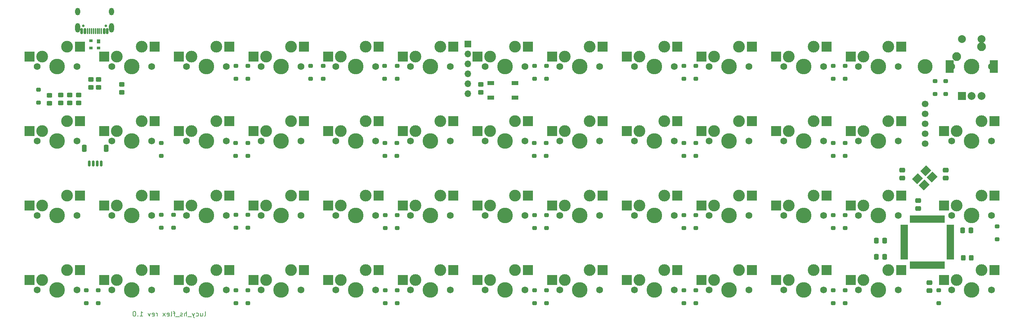
<source format=gbs>
G04 #@! TF.GenerationSoftware,KiCad,Pcbnew,(6.0.1-0)*
G04 #@! TF.CreationDate,2022-06-04T21:55:58-05:00*
G04 #@! TF.ProjectId,pcb,7063622e-6b69-4636-9164-5f7063625858,rev?*
G04 #@! TF.SameCoordinates,Original*
G04 #@! TF.FileFunction,Soldermask,Bot*
G04 #@! TF.FilePolarity,Negative*
%FSLAX46Y46*%
G04 Gerber Fmt 4.6, Leading zero omitted, Abs format (unit mm)*
G04 Created by KiCad (PCBNEW (6.0.1-0)) date 2022-06-04 21:55:58*
%MOMM*%
%LPD*%
G01*
G04 APERTURE LIST*
G04 Aperture macros list*
%AMRoundRect*
0 Rectangle with rounded corners*
0 $1 Rounding radius*
0 $2 $3 $4 $5 $6 $7 $8 $9 X,Y pos of 4 corners*
0 Add a 4 corners polygon primitive as box body*
4,1,4,$2,$3,$4,$5,$6,$7,$8,$9,$2,$3,0*
0 Add four circle primitives for the rounded corners*
1,1,$1+$1,$2,$3*
1,1,$1+$1,$4,$5*
1,1,$1+$1,$6,$7*
1,1,$1+$1,$8,$9*
0 Add four rect primitives between the rounded corners*
20,1,$1+$1,$2,$3,$4,$5,0*
20,1,$1+$1,$4,$5,$6,$7,0*
20,1,$1+$1,$6,$7,$8,$9,0*
20,1,$1+$1,$8,$9,$2,$3,0*%
%AMRotRect*
0 Rectangle, with rotation*
0 The origin of the aperture is its center*
0 $1 length*
0 $2 width*
0 $3 Rotation angle, in degrees counterclockwise*
0 Add horizontal line*
21,1,$1,$2,0,0,$3*%
G04 Aperture macros list end*
%ADD10C,0.200000*%
%ADD11RoundRect,0.250000X-0.350000X-0.650000X0.350000X-0.650000X0.350000X0.650000X-0.350000X0.650000X0*%
%ADD12RoundRect,0.150000X-0.150000X-0.625000X0.150000X-0.625000X0.150000X0.625000X-0.150000X0.625000X0*%
%ADD13C,3.000000*%
%ADD14C,1.750000*%
%ADD15C,3.987800*%
%ADD16R,2.550000X2.500000*%
%ADD17R,2.000000X2.000000*%
%ADD18C,2.000000*%
%ADD19R,2.000000X3.200000*%
%ADD20C,3.800000*%
%ADD21C,2.250000*%
%ADD22RoundRect,0.250000X-0.475000X0.337500X-0.475000X-0.337500X0.475000X-0.337500X0.475000X0.337500X0*%
%ADD23RoundRect,0.250000X0.350000X-0.250000X0.350000X0.250000X-0.350000X0.250000X-0.350000X-0.250000X0*%
%ADD24O,1.700000X1.700000*%
%ADD25R,1.700000X1.700000*%
%ADD26R,1.800000X1.100000*%
%ADD27RoundRect,0.200000X-0.750000X-0.250000X0.750000X-0.250000X0.750000X0.250000X-0.750000X0.250000X0*%
%ADD28RoundRect,0.200000X-0.250000X-0.750000X0.250000X-0.750000X0.250000X0.750000X-0.250000X0.750000X0*%
%ADD29RoundRect,0.250000X0.475000X-0.337500X0.475000X0.337500X-0.475000X0.337500X-0.475000X-0.337500X0*%
%ADD30RotRect,2.100000X1.800000X45.000000*%
%ADD31RoundRect,0.249999X0.450001X-0.325001X0.450001X0.325001X-0.450001X0.325001X-0.450001X-0.325001X0*%
%ADD32C,0.650000*%
%ADD33RoundRect,0.150000X-0.150000X-0.575000X0.150000X-0.575000X0.150000X0.575000X-0.150000X0.575000X0*%
%ADD34RoundRect,0.075000X-0.075000X-0.650000X0.075000X-0.650000X0.075000X0.650000X-0.075000X0.650000X0*%
%ADD35O,1.300000X2.400000*%
%ADD36O,1.300000X1.900000*%
%ADD37RoundRect,0.249999X-0.450001X0.325001X-0.450001X-0.325001X0.450001X-0.325001X0.450001X0.325001X0*%
%ADD38RoundRect,0.250000X-0.337500X-0.475000X0.337500X-0.475000X0.337500X0.475000X-0.337500X0.475000X0*%
%ADD39RoundRect,0.250000X0.337500X0.475000X-0.337500X0.475000X-0.337500X-0.475000X0.337500X-0.475000X0*%
%ADD40RoundRect,0.249999X0.325001X0.450001X-0.325001X0.450001X-0.325001X-0.450001X0.325001X-0.450001X0*%
%ADD41RoundRect,0.050000X-0.350000X0.500000X-0.350000X-0.500000X0.350000X-0.500000X0.350000X0.500000X0*%
%ADD42RoundRect,0.050000X-0.350000X0.300000X-0.350000X-0.300000X0.350000X-0.300000X0.350000X0.300000X0*%
%ADD43C,1.700000*%
G04 APERTURE END LIST*
D10*
X124500737Y-117065476D02*
X124619784Y-117005952D01*
X124679308Y-116886904D01*
X124679308Y-115815476D01*
X123488832Y-116232142D02*
X123488832Y-117065476D01*
X124024546Y-116232142D02*
X124024546Y-116886904D01*
X123965022Y-117005952D01*
X123845975Y-117065476D01*
X123667403Y-117065476D01*
X123548356Y-117005952D01*
X123488832Y-116946428D01*
X122357880Y-117005952D02*
X122476927Y-117065476D01*
X122715022Y-117065476D01*
X122834070Y-117005952D01*
X122893594Y-116946428D01*
X122953118Y-116827380D01*
X122953118Y-116470238D01*
X122893594Y-116351190D01*
X122834070Y-116291666D01*
X122715022Y-116232142D01*
X122476927Y-116232142D01*
X122357880Y-116291666D01*
X121941213Y-116232142D02*
X121643594Y-117065476D01*
X121345975Y-116232142D02*
X121643594Y-117065476D01*
X121762641Y-117363095D01*
X121822165Y-117422619D01*
X121941213Y-117482142D01*
X121167403Y-117184523D02*
X120215022Y-117184523D01*
X119917403Y-117065476D02*
X119917403Y-115815476D01*
X119381689Y-117065476D02*
X119381689Y-116410714D01*
X119441213Y-116291666D01*
X119560260Y-116232142D01*
X119738832Y-116232142D01*
X119857880Y-116291666D01*
X119917403Y-116351190D01*
X118845975Y-117005952D02*
X118726927Y-117065476D01*
X118488832Y-117065476D01*
X118369784Y-117005952D01*
X118310260Y-116886904D01*
X118310260Y-116827380D01*
X118369784Y-116708333D01*
X118488832Y-116648809D01*
X118667403Y-116648809D01*
X118786451Y-116589285D01*
X118845975Y-116470238D01*
X118845975Y-116410714D01*
X118786451Y-116291666D01*
X118667403Y-116232142D01*
X118488832Y-116232142D01*
X118369784Y-116291666D01*
X118072165Y-117184523D02*
X117119784Y-117184523D01*
X117000737Y-116232142D02*
X116524546Y-116232142D01*
X116822165Y-117065476D02*
X116822165Y-115994047D01*
X116762641Y-115875000D01*
X116643594Y-115815476D01*
X116524546Y-115815476D01*
X115929308Y-117065476D02*
X116048356Y-117005952D01*
X116107880Y-116886904D01*
X116107880Y-115815476D01*
X114976927Y-117005952D02*
X115095975Y-117065476D01*
X115334070Y-117065476D01*
X115453118Y-117005952D01*
X115512641Y-116886904D01*
X115512641Y-116410714D01*
X115453118Y-116291666D01*
X115334070Y-116232142D01*
X115095975Y-116232142D01*
X114976927Y-116291666D01*
X114917403Y-116410714D01*
X114917403Y-116529761D01*
X115512641Y-116648809D01*
X114500737Y-117065476D02*
X113845975Y-116232142D01*
X114500737Y-116232142D02*
X113845975Y-117065476D01*
X112417403Y-117065476D02*
X112417403Y-116232142D01*
X112417403Y-116470238D02*
X112357880Y-116351190D01*
X112298356Y-116291666D01*
X112179308Y-116232142D01*
X112060260Y-116232142D01*
X111167403Y-117005952D02*
X111286451Y-117065476D01*
X111524546Y-117065476D01*
X111643594Y-117005952D01*
X111703118Y-116886904D01*
X111703118Y-116410714D01*
X111643594Y-116291666D01*
X111524546Y-116232142D01*
X111286451Y-116232142D01*
X111167403Y-116291666D01*
X111107880Y-116410714D01*
X111107880Y-116529761D01*
X111703118Y-116648809D01*
X110691213Y-116232142D02*
X110393594Y-117065476D01*
X110095975Y-116232142D01*
X108012641Y-117065476D02*
X108726927Y-117065476D01*
X108369784Y-117065476D02*
X108369784Y-115815476D01*
X108488832Y-115994047D01*
X108607880Y-116113095D01*
X108726927Y-116172619D01*
X107476927Y-116946428D02*
X107417403Y-117005952D01*
X107476927Y-117065476D01*
X107536451Y-117005952D01*
X107476927Y-116946428D01*
X107476927Y-117065476D01*
X106643594Y-115815476D02*
X106524546Y-115815476D01*
X106405499Y-115875000D01*
X106345975Y-115934523D01*
X106286451Y-116053571D01*
X106226927Y-116291666D01*
X106226927Y-116589285D01*
X106286451Y-116827380D01*
X106345975Y-116946428D01*
X106405499Y-117005952D01*
X106524546Y-117065476D01*
X106643594Y-117065476D01*
X106762641Y-117005952D01*
X106822165Y-116946428D01*
X106881689Y-116827380D01*
X106941213Y-116589285D01*
X106941213Y-116291666D01*
X106881689Y-116053571D01*
X106822165Y-115934523D01*
X106762641Y-115875000D01*
X106643594Y-115815476D01*
D11*
X93790225Y-74118950D03*
X99390225Y-74118950D03*
D12*
X98090225Y-77993950D03*
X97090225Y-77993950D03*
X96090225Y-77993950D03*
X95090225Y-77993950D03*
D13*
X121180225Y-50653950D03*
D14*
X119910225Y-53193950D03*
D15*
X124990225Y-53193950D03*
D13*
X127530225Y-48113950D03*
D14*
X130070225Y-53193950D03*
D16*
X117905225Y-50653950D03*
X130832225Y-48113950D03*
D14*
X206270225Y-53193950D03*
D13*
X203730225Y-48113950D03*
X197380225Y-50653950D03*
D14*
X196110225Y-53193950D03*
D15*
X201190225Y-53193950D03*
D16*
X194105225Y-50653950D03*
X207032225Y-48113950D03*
D14*
X187220225Y-53193950D03*
D13*
X178330225Y-50653950D03*
X184680225Y-48113950D03*
D14*
X177060225Y-53193950D03*
D15*
X182140225Y-53193950D03*
D16*
X175055225Y-50653950D03*
X187982225Y-48113950D03*
D14*
X168170225Y-53193950D03*
D15*
X163090225Y-53193950D03*
D13*
X165630225Y-48113950D03*
X159280225Y-50653950D03*
D14*
X158010225Y-53193950D03*
D16*
X156005225Y-50653950D03*
X168932225Y-48113950D03*
D14*
X81810225Y-53193950D03*
D15*
X86890225Y-53193950D03*
D13*
X83080225Y-50653950D03*
X89430225Y-48113950D03*
D14*
X91970225Y-53193950D03*
D16*
X79805225Y-50653950D03*
X92732225Y-48113950D03*
D14*
X225320225Y-53193950D03*
D13*
X222780225Y-48113950D03*
D15*
X220240225Y-53193950D03*
D14*
X215160225Y-53193950D03*
D13*
X216430225Y-50653950D03*
D16*
X213155225Y-50653950D03*
X226082225Y-48113950D03*
D14*
X244370225Y-53193950D03*
D13*
X235480225Y-50653950D03*
X241830225Y-48113950D03*
D14*
X234210225Y-53193950D03*
D15*
X239290225Y-53193950D03*
D16*
X232205225Y-50653950D03*
X245132225Y-48113950D03*
D14*
X91970225Y-72243950D03*
D15*
X86890225Y-72243950D03*
D13*
X83080225Y-69703950D03*
D14*
X81810225Y-72243950D03*
D13*
X89430225Y-67163950D03*
D16*
X79805225Y-69703950D03*
X92732225Y-67163950D03*
D14*
X111020225Y-72243950D03*
D13*
X102130225Y-69703950D03*
D14*
X100860225Y-72243950D03*
D13*
X108480225Y-67163950D03*
D15*
X105940225Y-72243950D03*
D16*
X98855225Y-69703950D03*
X111782225Y-67163950D03*
D15*
X144045399Y-72243950D03*
D13*
X146585399Y-67163950D03*
D14*
X138965399Y-72243950D03*
X149125399Y-72243950D03*
D13*
X140235399Y-69703950D03*
D16*
X136960399Y-69703950D03*
X149887399Y-67163950D03*
D13*
X273580225Y-50653950D03*
D15*
X277390225Y-53193950D03*
D13*
X279930225Y-48113950D03*
D14*
X272310225Y-53193950D03*
X282470225Y-53193950D03*
D16*
X270305225Y-50653950D03*
X283232225Y-48113950D03*
D13*
X165630225Y-67163950D03*
X159280225Y-69703950D03*
D14*
X168170225Y-72243950D03*
X158010225Y-72243950D03*
D15*
X163090225Y-72243950D03*
D16*
X156005225Y-69703950D03*
X168932225Y-67163950D03*
D14*
X187220225Y-72243950D03*
D15*
X182140225Y-72243950D03*
D14*
X177060225Y-72243950D03*
D13*
X184680225Y-67163950D03*
X178330225Y-69703950D03*
D16*
X175055225Y-69703950D03*
X187982225Y-67163950D03*
D14*
X196110225Y-72243950D03*
D15*
X201190225Y-72243950D03*
D13*
X203730225Y-67163950D03*
D14*
X206270225Y-72243950D03*
D13*
X197380225Y-69703950D03*
D16*
X194105225Y-69703950D03*
X207032225Y-67163950D03*
D14*
X111020225Y-110343950D03*
D15*
X105940225Y-110343950D03*
D14*
X100860225Y-110343950D03*
D13*
X108480225Y-105263950D03*
X102130225Y-107803950D03*
D16*
X98855225Y-107803950D03*
X111782225Y-105263950D03*
D14*
X119910225Y-110343950D03*
D13*
X127530225Y-105263950D03*
D14*
X130070225Y-110343950D03*
D15*
X124990225Y-110343950D03*
D13*
X121180225Y-107803950D03*
D16*
X117905225Y-107803950D03*
X130832225Y-105263950D03*
D13*
X140230225Y-107803950D03*
X146580225Y-105263950D03*
D15*
X144040225Y-110343950D03*
D14*
X149120225Y-110343950D03*
X138960225Y-110343950D03*
D16*
X136955225Y-107803950D03*
X149882225Y-105263950D03*
D13*
X159280225Y-107803950D03*
D14*
X168170225Y-110343950D03*
D13*
X165630225Y-105263950D03*
D14*
X158010225Y-110343950D03*
D15*
X163090225Y-110343950D03*
D16*
X156005225Y-107803950D03*
X168932225Y-105263950D03*
D15*
X182140225Y-110343950D03*
D14*
X187220225Y-110343950D03*
D13*
X178330225Y-107803950D03*
X184680225Y-105263950D03*
D14*
X177060225Y-110343950D03*
D16*
X175055225Y-107803950D03*
X187982225Y-105263950D03*
D15*
X220240225Y-110343950D03*
D14*
X225320225Y-110343950D03*
D13*
X222780225Y-105263950D03*
D14*
X215160225Y-110343950D03*
D13*
X216430225Y-107803950D03*
D16*
X213155225Y-107803950D03*
X226082225Y-105263950D03*
D13*
X241830225Y-105263950D03*
X235480225Y-107803950D03*
D14*
X244370225Y-110343950D03*
X234210225Y-110343950D03*
D15*
X239290225Y-110343950D03*
D16*
X232205225Y-107803950D03*
X245132225Y-105263950D03*
D14*
X253260225Y-110343950D03*
D13*
X254530225Y-107803950D03*
X260880225Y-105263950D03*
D14*
X263420225Y-110343950D03*
D15*
X258340225Y-110343950D03*
D16*
X251255225Y-107803950D03*
X264182225Y-105263950D03*
D13*
X279930225Y-105263950D03*
D15*
X277390225Y-110343950D03*
D14*
X282470225Y-110343950D03*
X272310225Y-110343950D03*
D13*
X273580225Y-107803950D03*
D16*
X270305225Y-107803950D03*
X283232225Y-105263950D03*
D14*
X196110225Y-110343950D03*
X206270225Y-110343950D03*
D13*
X203730225Y-105263950D03*
D15*
X201190225Y-110343950D03*
D13*
X197380225Y-107803950D03*
D16*
X194105225Y-107803950D03*
X207032225Y-105263950D03*
D13*
X279930225Y-86213950D03*
D15*
X277390225Y-91293950D03*
D13*
X273580225Y-88753950D03*
D14*
X272310225Y-91293950D03*
X282470225Y-91293950D03*
D16*
X270305225Y-88753950D03*
X283232225Y-86213950D03*
D14*
X253260225Y-91293950D03*
D13*
X260880225Y-86213950D03*
D15*
X258340225Y-91293950D03*
D13*
X254530225Y-88753950D03*
D14*
X263420225Y-91293950D03*
D16*
X251255225Y-88753950D03*
X264182225Y-86213950D03*
D13*
X216430225Y-88753950D03*
D14*
X215160225Y-91293950D03*
D13*
X222780225Y-86213950D03*
D14*
X225320225Y-91293950D03*
D15*
X220240225Y-91293950D03*
D16*
X213155225Y-88753950D03*
X226082225Y-86213950D03*
D14*
X187220225Y-91293950D03*
X177060225Y-91293950D03*
D15*
X182140225Y-91293950D03*
D13*
X184680225Y-86213950D03*
X178330225Y-88753950D03*
D16*
X175055225Y-88753950D03*
X187982225Y-86213950D03*
D14*
X138960225Y-91293950D03*
D13*
X146580225Y-86213950D03*
D14*
X149120225Y-91293950D03*
D15*
X144040225Y-91293950D03*
D13*
X140230225Y-88753950D03*
D16*
X136955225Y-88753950D03*
X149882225Y-86213950D03*
D13*
X83080225Y-88753950D03*
X89430225Y-86213950D03*
D14*
X91970225Y-91293950D03*
X81810225Y-91293950D03*
D15*
X86890225Y-91293950D03*
D16*
X79805225Y-88753950D03*
X92732225Y-86213950D03*
D14*
X158010225Y-91293950D03*
D13*
X159280225Y-88753950D03*
X165630225Y-86213950D03*
D14*
X168170225Y-91293950D03*
D15*
X163090225Y-91293950D03*
D16*
X156005225Y-88753950D03*
X168932225Y-86213950D03*
D13*
X298980225Y-67163950D03*
D14*
X301520225Y-72243950D03*
D13*
X292630225Y-69703950D03*
D14*
X291360225Y-72243950D03*
D15*
X296440225Y-72243950D03*
D16*
X289355225Y-69703950D03*
X302282225Y-67163950D03*
D13*
X127530225Y-86213950D03*
D14*
X130070225Y-91293950D03*
D13*
X121180225Y-88753950D03*
D14*
X119910225Y-91293950D03*
D15*
X124990225Y-91293950D03*
D16*
X117905225Y-88753950D03*
X130832225Y-86213950D03*
D15*
X105940225Y-91293950D03*
D14*
X111020225Y-91293950D03*
D13*
X108480225Y-86213950D03*
X102130225Y-88753950D03*
D14*
X100860225Y-91293950D03*
D16*
X98855225Y-88753950D03*
X111782225Y-86213950D03*
D14*
X263420225Y-72243950D03*
D13*
X260880225Y-67163950D03*
D15*
X258340225Y-72243950D03*
D13*
X254530225Y-69703950D03*
D14*
X253260225Y-72243950D03*
D16*
X251255225Y-69703950D03*
X264182225Y-67163950D03*
D14*
X234210225Y-72243950D03*
D13*
X241830225Y-67163950D03*
D15*
X239290225Y-72243950D03*
D13*
X235480225Y-69703950D03*
D14*
X244370225Y-72243950D03*
D16*
X232205225Y-69703950D03*
X245132225Y-67163950D03*
D13*
X273580225Y-69703950D03*
D15*
X277390225Y-72243950D03*
D14*
X282470225Y-72243950D03*
D13*
X279930225Y-67163950D03*
D14*
X272310225Y-72243950D03*
D16*
X270305225Y-69703950D03*
X283232225Y-67163950D03*
D13*
X298980225Y-105263950D03*
D14*
X291360225Y-110343950D03*
D15*
X296440225Y-110343950D03*
D14*
X301520225Y-110343950D03*
D13*
X292630225Y-107803950D03*
D16*
X289355225Y-107803950D03*
X302282225Y-105263950D03*
D13*
X298980225Y-86213950D03*
X292630225Y-88753950D03*
D15*
X296440225Y-91293950D03*
D14*
X301520225Y-91293950D03*
X291360225Y-91293950D03*
D16*
X289355225Y-88753950D03*
X302282225Y-86213950D03*
D13*
X292630225Y-50653950D03*
D15*
X296440225Y-53193950D03*
D14*
X301520225Y-53193950D03*
X291360225Y-53193950D03*
D13*
X298980225Y-48113950D03*
D16*
X289355225Y-50653950D03*
X302282225Y-48113950D03*
D17*
X317752725Y-60693950D03*
D18*
X322752725Y-60693950D03*
X320252725Y-60693950D03*
D19*
X314652725Y-53193950D03*
X325852725Y-53193950D03*
D18*
X322752725Y-46193950D03*
X317752725Y-46193950D03*
D13*
X108480225Y-48113950D03*
X102130225Y-50653950D03*
D14*
X111020225Y-53193950D03*
X100860225Y-53193950D03*
D15*
X105940225Y-53193950D03*
D16*
X98855225Y-50653950D03*
X111782225Y-48113950D03*
D15*
X144040225Y-53193950D03*
D14*
X149120225Y-53193950D03*
D13*
X140230225Y-50653950D03*
D14*
X138960225Y-53193950D03*
D13*
X146580225Y-48113950D03*
D16*
X136955225Y-50653950D03*
X149882225Y-48113950D03*
D15*
X320252785Y-110344230D03*
D13*
X322792785Y-105264230D03*
D14*
X315172785Y-110344230D03*
X325332785Y-110344230D03*
D13*
X316442785Y-107804230D03*
D16*
X313167785Y-107804230D03*
X326094785Y-105264230D03*
D14*
X315172785Y-72244070D03*
D13*
X316442785Y-69704070D03*
X322792785Y-67164070D03*
D14*
X325332785Y-72244070D03*
D15*
X320252785Y-72244070D03*
D16*
X313167785Y-69704070D03*
X326094785Y-67164070D03*
D13*
X316442785Y-88754150D03*
X322792785Y-86214150D03*
D14*
X325332785Y-91294150D03*
D15*
X320252785Y-91294150D03*
D14*
X315172785Y-91294150D03*
D16*
X313167785Y-88754150D03*
X326094785Y-86214150D03*
D15*
X201190225Y-91293950D03*
D13*
X203730225Y-86213950D03*
D14*
X206270225Y-91293950D03*
X196110225Y-91293950D03*
D13*
X197380225Y-88753950D03*
D16*
X194105225Y-88753950D03*
X207032225Y-86213950D03*
D13*
X241830225Y-86213950D03*
D14*
X244370225Y-91293950D03*
D15*
X239290225Y-91293950D03*
D14*
X234210225Y-91293950D03*
D13*
X235480225Y-88753950D03*
D16*
X232205225Y-88753950D03*
X245132225Y-86213950D03*
D14*
X91970225Y-110343950D03*
D13*
X89430225Y-105263950D03*
D14*
X81810225Y-110343950D03*
D13*
X83080225Y-107803950D03*
D15*
X86890225Y-110343950D03*
D16*
X79805225Y-107803950D03*
X92732225Y-105263950D03*
D13*
X254530225Y-50653950D03*
X260880225Y-48113950D03*
D14*
X253260225Y-53193950D03*
D15*
X258340225Y-53193950D03*
D14*
X263420225Y-53193950D03*
D16*
X251255225Y-50653950D03*
X264182225Y-48113950D03*
D13*
X121180225Y-69703950D03*
X127530225Y-67163950D03*
D14*
X119910225Y-72243950D03*
D15*
X124990225Y-72243950D03*
D14*
X130070225Y-72243950D03*
D16*
X117905225Y-69703950D03*
X130832225Y-67163950D03*
D14*
X215160225Y-72243950D03*
D15*
X220240225Y-72243950D03*
D13*
X222780225Y-67163950D03*
D14*
X225320225Y-72243950D03*
D13*
X216430225Y-69703950D03*
D16*
X213155225Y-69703950D03*
X226082225Y-67163950D03*
D20*
X308346661Y-53193950D03*
D14*
X325332725Y-53193950D03*
D15*
X320252725Y-53193950D03*
D14*
X315172725Y-53193950D03*
D21*
X316442725Y-50653950D03*
X322792725Y-48113950D03*
D22*
X309490225Y-108456450D03*
X309490225Y-110531450D03*
D23*
X116590225Y-94443950D03*
X116590225Y-91143950D03*
X208590225Y-76043950D03*
X208590225Y-72743950D03*
X170490225Y-76043950D03*
X170490225Y-72743950D03*
X135581415Y-76043950D03*
X135581415Y-72743950D03*
X113490225Y-76043950D03*
X113490225Y-72743950D03*
X284890625Y-56306250D03*
X284890625Y-53006250D03*
X249881415Y-56306250D03*
X249881415Y-53006250D03*
X211781415Y-56306250D03*
X211781415Y-53006250D03*
X208681415Y-56306250D03*
X208681415Y-53006250D03*
X173651789Y-56333377D03*
X173651789Y-53033377D03*
X170476789Y-56333377D03*
X170476789Y-53033377D03*
X154751789Y-56306250D03*
X154751789Y-53006250D03*
X287990625Y-113750000D03*
X287990625Y-110450000D03*
X284890625Y-113750000D03*
X284890625Y-110450000D03*
X249890625Y-113713123D03*
X249890625Y-110413123D03*
X246790625Y-113706250D03*
X246790625Y-110406250D03*
X211783999Y-113706250D03*
X211783999Y-110406250D03*
X208700000Y-113706250D03*
X208700000Y-110406250D03*
X211790625Y-94506250D03*
X211790625Y-91206250D03*
X284890625Y-76043950D03*
X284890625Y-72743950D03*
X208690625Y-94506250D03*
X208690625Y-91206250D03*
X170585999Y-94506250D03*
X170585999Y-91206250D03*
X132490225Y-94443950D03*
X132490225Y-91143950D03*
X287990625Y-76043950D03*
X287990625Y-72743950D03*
X284890625Y-94506250D03*
X284890625Y-91206250D03*
X249890625Y-94506250D03*
X249890625Y-91206250D03*
X246790625Y-94506250D03*
X246790625Y-91206250D03*
X173690625Y-113706250D03*
X173690625Y-110406250D03*
X151576789Y-56306250D03*
X151576789Y-53006250D03*
X211690225Y-76043950D03*
X211690225Y-72743950D03*
D24*
X191665313Y-60143950D03*
X191665313Y-49983950D03*
X191665313Y-55063950D03*
X191665313Y-57603950D03*
X191665313Y-52523950D03*
D25*
X191665313Y-47443950D03*
D23*
X287990625Y-56306250D03*
X287990625Y-53006250D03*
X311790625Y-113750000D03*
X311790625Y-110450000D03*
X313590225Y-60243950D03*
X313590225Y-56943950D03*
X326690225Y-97343950D03*
X326690225Y-94043950D03*
D26*
X203690225Y-57443950D03*
X197490225Y-61143950D03*
X203690225Y-61143950D03*
X197490225Y-57443950D03*
D27*
X302990225Y-102093950D03*
X302990225Y-101293950D03*
X302990225Y-100493950D03*
X302990225Y-99693950D03*
X302990225Y-98893950D03*
X302990225Y-98093950D03*
X302990225Y-97293950D03*
X302990225Y-96493950D03*
X302990225Y-95693950D03*
X302990225Y-94893950D03*
X302990225Y-94093950D03*
D28*
X304890225Y-92193950D03*
X305690225Y-92193950D03*
X306490225Y-92193950D03*
X307290225Y-92193950D03*
X308090225Y-92193950D03*
X308890225Y-92193950D03*
X309690225Y-92193950D03*
X310490225Y-92193950D03*
X311290225Y-92193950D03*
X312090225Y-92193950D03*
X312890225Y-92193950D03*
D27*
X314790225Y-94093950D03*
X314790225Y-94893950D03*
X314790225Y-95693950D03*
X314790225Y-96493950D03*
X314790225Y-97293950D03*
X314790225Y-98093950D03*
X314790225Y-98893950D03*
X314790225Y-99693950D03*
X314790225Y-100493950D03*
X314790225Y-101293950D03*
X314790225Y-102093950D03*
D28*
X312890225Y-103993950D03*
X312090225Y-103993950D03*
X311290225Y-103993950D03*
X310490225Y-103993950D03*
X309690225Y-103993950D03*
X308890225Y-103993950D03*
X308090225Y-103993950D03*
X307290225Y-103993950D03*
X306490225Y-103993950D03*
X305690225Y-103993950D03*
X304890225Y-103993950D03*
D29*
X306590225Y-89531450D03*
X306590225Y-87456450D03*
X313590225Y-81731450D03*
X313590225Y-79656450D03*
X302490225Y-81731450D03*
X302490225Y-79656450D03*
D30*
X306451747Y-81906082D03*
X308502357Y-79855472D03*
X310128703Y-81481818D03*
X308078093Y-83532428D03*
D31*
X92390225Y-62518950D03*
X92390225Y-60468950D03*
D32*
X93525217Y-42765450D03*
X99305217Y-42765450D03*
D33*
X93165217Y-44091450D03*
X93965217Y-44091450D03*
D34*
X95165217Y-44091450D03*
X96161217Y-44091450D03*
X96665217Y-44091450D03*
X97665217Y-44091450D03*
D33*
X99665217Y-44091450D03*
X98865217Y-44091450D03*
D34*
X98165217Y-44091450D03*
X97165217Y-44091450D03*
X95665217Y-44091450D03*
X94665217Y-44091450D03*
D35*
X100715217Y-43316450D03*
D36*
X100715217Y-39116450D03*
X92115217Y-39116450D03*
D35*
X92115217Y-43316450D03*
D31*
X97490625Y-58518950D03*
X97490625Y-56468950D03*
X84940225Y-62568950D03*
X84940225Y-60518950D03*
D37*
X90090225Y-60468950D03*
X90090225Y-62518950D03*
D31*
X87790225Y-62518950D03*
X87790225Y-60468950D03*
D23*
X135590625Y-113706250D03*
X135590625Y-110406250D03*
X132490625Y-113713123D03*
X132490625Y-110413123D03*
D38*
X317952725Y-95093950D03*
X320027725Y-95093950D03*
D31*
X95490625Y-58518950D03*
X95490625Y-56468950D03*
D39*
X298027725Y-101893950D03*
X295952725Y-101893950D03*
X298027725Y-97693950D03*
X295952725Y-97693950D03*
D40*
X320115225Y-102093950D03*
X318065225Y-102093950D03*
D23*
X82090225Y-62443950D03*
X82090225Y-59143950D03*
X94290225Y-113743950D03*
X94290225Y-110443950D03*
X97390225Y-113743950D03*
X97390225Y-110443950D03*
X170590625Y-113706250D03*
X170590625Y-110406250D03*
X135590225Y-94443950D03*
X135590225Y-91143950D03*
X173650000Y-94506250D03*
X173650000Y-91206250D03*
X287990625Y-94506250D03*
X287990625Y-91206250D03*
X113490225Y-94443950D03*
X113490225Y-91143950D03*
X135581415Y-56306250D03*
X135581415Y-53006250D03*
X310890225Y-60243950D03*
X310890225Y-56943950D03*
X246781415Y-56306250D03*
X246781415Y-53006250D03*
X132490625Y-56299950D03*
X132490625Y-52999950D03*
D31*
X194990225Y-59818950D03*
X194990225Y-57768950D03*
D23*
X249881415Y-76043950D03*
X249881415Y-72743950D03*
X246781415Y-76043950D03*
X246781415Y-72743950D03*
X173590225Y-76043950D03*
X173590225Y-72743950D03*
X132431415Y-76043950D03*
X132431415Y-72743950D03*
D31*
X103340225Y-59818950D03*
X103340225Y-57768950D03*
D41*
X97490625Y-46743950D03*
D42*
X97490625Y-48443950D03*
X95490625Y-48443950D03*
X95490625Y-46543950D03*
D43*
X308390225Y-67843950D03*
X308390225Y-70383950D03*
X308390225Y-72923950D03*
X308390225Y-65303950D03*
X308390225Y-62763950D03*
M02*

</source>
